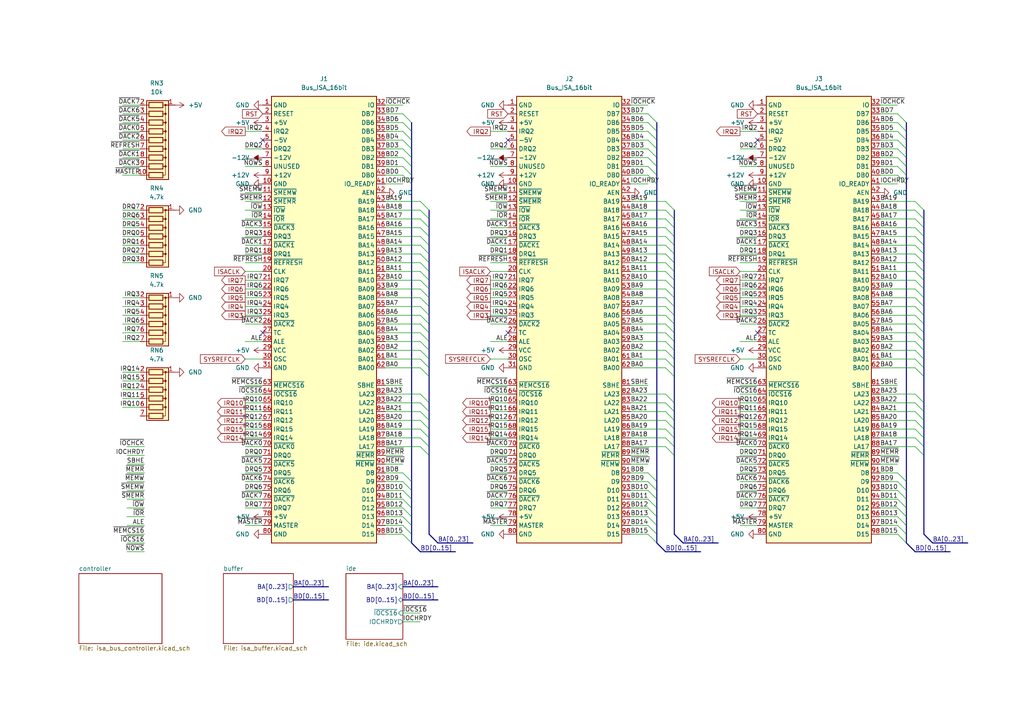
<source format=kicad_sch>
(kicad_sch (version 20231120) (generator "eeschema") (generator_version "8.0")
  (paper "A4")
  (no_connect (at 147.32 40.64))
  (no_connect (at 76.2 40.64))
  (no_connect (at 76.2 96.52))
  (no_connect (at 147.32 96.52))
  (no_connect (at 219.71 96.52))
  (no_connect (at 219.71 40.64))
  (bus_entry (at 265.43 121.92) (size 2.54 2.54))
  (bus_entry (at 121.92 63.5) (size 2.54 2.54))
  (bus_entry (at 260.35 152.4) (size 2.54 2.54))
  (bus_entry (at 265.43 93.98) (size 2.54 2.54))
  (bus_entry (at 116.84 144.78) (size 2.54 2.54))
  (bus_entry (at 187.96 43.18) (size 2.54 2.54))
  (bus_entry (at 260.35 139.7) (size 2.54 2.54))
  (bus_entry (at 265.43 76.2) (size 2.54 2.54))
  (bus_entry (at 121.92 86.36) (size 2.54 2.54))
  (bus_entry (at 116.84 43.18) (size 2.54 2.54))
  (bus_entry (at 260.35 38.1) (size 2.54 2.54))
  (bus_entry (at 265.43 66.04) (size 2.54 2.54))
  (bus_entry (at 187.96 139.7) (size 2.54 2.54))
  (bus_entry (at 187.96 147.32) (size 2.54 2.54))
  (bus_entry (at 187.96 50.8) (size 2.54 2.54))
  (bus_entry (at 193.04 116.84) (size 2.54 2.54))
  (bus_entry (at 116.84 154.94) (size 2.54 2.54))
  (bus_entry (at 193.04 76.2) (size 2.54 2.54))
  (bus_entry (at 187.96 35.56) (size 2.54 2.54))
  (bus_entry (at 187.96 38.1) (size 2.54 2.54))
  (bus_entry (at 187.96 48.26) (size 2.54 2.54))
  (bus_entry (at 187.96 45.72) (size 2.54 2.54))
  (bus_entry (at 121.92 91.44) (size 2.54 2.54))
  (bus_entry (at 193.04 104.14) (size 2.54 2.54))
  (bus_entry (at 193.04 86.36) (size 2.54 2.54))
  (bus_entry (at 121.92 114.3) (size 2.54 2.54))
  (bus_entry (at 193.04 129.54) (size 2.54 2.54))
  (bus_entry (at 260.35 48.26) (size 2.54 2.54))
  (bus_entry (at 116.84 33.02) (size 2.54 2.54))
  (bus_entry (at 265.43 58.42) (size 2.54 2.54))
  (bus_entry (at 260.35 142.24) (size 2.54 2.54))
  (bus_entry (at 265.43 71.12) (size 2.54 2.54))
  (bus_entry (at 265.43 104.14) (size 2.54 2.54))
  (bus_entry (at 260.35 149.86) (size 2.54 2.54))
  (bus_entry (at 265.43 78.74) (size 2.54 2.54))
  (bus_entry (at 187.96 33.02) (size 2.54 2.54))
  (bus_entry (at 193.04 83.82) (size 2.54 2.54))
  (bus_entry (at 187.96 154.94) (size 2.54 2.54))
  (bus_entry (at 116.84 50.8) (size 2.54 2.54))
  (bus_entry (at 121.92 121.92) (size 2.54 2.54))
  (bus_entry (at 121.92 78.74) (size 2.54 2.54))
  (bus_entry (at 116.84 137.16) (size 2.54 2.54))
  (bus_entry (at 193.04 119.38) (size 2.54 2.54))
  (bus_entry (at 116.84 35.56) (size 2.54 2.54))
  (bus_entry (at 265.43 68.58) (size 2.54 2.54))
  (bus_entry (at 265.43 96.52) (size 2.54 2.54))
  (bus_entry (at 260.35 50.8) (size 2.54 2.54))
  (bus_entry (at 193.04 88.9) (size 2.54 2.54))
  (bus_entry (at 116.84 142.24) (size 2.54 2.54))
  (bus_entry (at 260.35 137.16) (size 2.54 2.54))
  (bus_entry (at 121.92 96.52) (size 2.54 2.54))
  (bus_entry (at 260.35 144.78) (size 2.54 2.54))
  (bus_entry (at 121.92 71.12) (size 2.54 2.54))
  (bus_entry (at 187.96 149.86) (size 2.54 2.54))
  (bus_entry (at 121.92 66.04) (size 2.54 2.54))
  (bus_entry (at 193.04 106.68) (size 2.54 2.54))
  (bus_entry (at 265.43 86.36) (size 2.54 2.54))
  (bus_entry (at 260.35 147.32) (size 2.54 2.54))
  (bus_entry (at 193.04 60.96) (size 2.54 2.54))
  (bus_entry (at 265.43 73.66) (size 2.54 2.54))
  (bus_entry (at 265.43 88.9) (size 2.54 2.54))
  (bus_entry (at 116.84 40.64) (size 2.54 2.54))
  (bus_entry (at 265.43 116.84) (size 2.54 2.54))
  (bus_entry (at 265.43 124.46) (size 2.54 2.54))
  (bus_entry (at 193.04 73.66) (size 2.54 2.54))
  (bus_entry (at 193.04 63.5) (size 2.54 2.54))
  (bus_entry (at 121.92 124.46) (size 2.54 2.54))
  (bus_entry (at 121.92 127) (size 2.54 2.54))
  (bus_entry (at 265.43 99.06) (size 2.54 2.54))
  (bus_entry (at 121.92 68.58) (size 2.54 2.54))
  (bus_entry (at 193.04 91.44) (size 2.54 2.54))
  (bus_entry (at 265.43 60.96) (size 2.54 2.54))
  (bus_entry (at 265.43 91.44) (size 2.54 2.54))
  (bus_entry (at 193.04 124.46) (size 2.54 2.54))
  (bus_entry (at 116.84 152.4) (size 2.54 2.54))
  (bus_entry (at 260.35 33.02) (size 2.54 2.54))
  (bus_entry (at 193.04 114.3) (size 2.54 2.54))
  (bus_entry (at 193.04 127) (size 2.54 2.54))
  (bus_entry (at 193.04 81.28) (size 2.54 2.54))
  (bus_entry (at 265.43 63.5) (size 2.54 2.54))
  (bus_entry (at 265.43 119.38) (size 2.54 2.54))
  (bus_entry (at 121.92 116.84) (size 2.54 2.54))
  (bus_entry (at 187.96 142.24) (size 2.54 2.54))
  (bus_entry (at 121.92 81.28) (size 2.54 2.54))
  (bus_entry (at 265.43 83.82) (size 2.54 2.54))
  (bus_entry (at 121.92 76.2) (size 2.54 2.54))
  (bus_entry (at 187.96 40.64) (size 2.54 2.54))
  (bus_entry (at 260.35 43.18) (size 2.54 2.54))
  (bus_entry (at 121.92 58.42) (size 2.54 2.54))
  (bus_entry (at 121.92 99.06) (size 2.54 2.54))
  (bus_entry (at 265.43 129.54) (size 2.54 2.54))
  (bus_entry (at 116.84 149.86) (size 2.54 2.54))
  (bus_entry (at 121.92 88.9) (size 2.54 2.54))
  (bus_entry (at 265.43 114.3) (size 2.54 2.54))
  (bus_entry (at 193.04 93.98) (size 2.54 2.54))
  (bus_entry (at 116.84 139.7) (size 2.54 2.54))
  (bus_entry (at 187.96 137.16) (size 2.54 2.54))
  (bus_entry (at 121.92 129.54) (size 2.54 2.54))
  (bus_entry (at 121.92 83.82) (size 2.54 2.54))
  (bus_entry (at 260.35 35.56) (size 2.54 2.54))
  (bus_entry (at 265.43 81.28) (size 2.54 2.54))
  (bus_entry (at 193.04 66.04) (size 2.54 2.54))
  (bus_entry (at 193.04 96.52) (size 2.54 2.54))
  (bus_entry (at 260.35 154.94) (size 2.54 2.54))
  (bus_entry (at 116.84 147.32) (size 2.54 2.54))
  (bus_entry (at 193.04 71.12) (size 2.54 2.54))
  (bus_entry (at 193.04 121.92) (size 2.54 2.54))
  (bus_entry (at 265.43 127) (size 2.54 2.54))
  (bus_entry (at 116.84 38.1) (size 2.54 2.54))
  (bus_entry (at 193.04 99.06) (size 2.54 2.54))
  (bus_entry (at 260.35 45.72) (size 2.54 2.54))
  (bus_entry (at 193.04 68.58) (size 2.54 2.54))
  (bus_entry (at 265.43 106.68) (size 2.54 2.54))
  (bus_entry (at 121.92 93.98) (size 2.54 2.54))
  (bus_entry (at 121.92 119.38) (size 2.54 2.54))
  (bus_entry (at 121.92 73.66) (size 2.54 2.54))
  (bus_entry (at 187.96 152.4) (size 2.54 2.54))
  (bus_entry (at 121.92 106.68) (size 2.54 2.54))
  (bus_entry (at 121.92 104.14) (size 2.54 2.54))
  (bus_entry (at 260.35 40.64) (size 2.54 2.54))
  (bus_entry (at 265.43 101.6) (size 2.54 2.54))
  (bus_entry (at 187.96 144.78) (size 2.54 2.54))
  (bus_entry (at 116.84 45.72) (size 2.54 2.54))
  (bus_entry (at 121.92 60.96) (size 2.54 2.54))
  (bus_entry (at 121.92 101.6) (size 2.54 2.54))
  (bus_entry (at 116.84 48.26) (size 2.54 2.54))
  (bus_entry (at 193.04 101.6) (size 2.54 2.54))
  (bus_entry (at 193.04 78.74) (size 2.54 2.54))
  (bus_entry (at 193.04 58.42) (size 2.54 2.54))
  (wire (pts (xy 260.35 45.72) (xy 255.27 45.72)))
  (wire (pts (xy 187.96 35.56) (xy 182.88 35.56)))
  (bus (pts (xy 262.89 152.4) (xy 262.89 154.94)))
  (bus (pts (xy 267.97 66.04) (xy 267.97 68.58)))
  (wire (pts (xy 71.12 38.1) (xy 76.2 38.1)))
  (wire (pts (xy 121.92 104.14) (xy 111.76 104.14)))
  (bus (pts (xy 119.38 48.26) (xy 119.38 50.8)))
  (wire (pts (xy 71.12 137.16) (xy 76.2 137.16)))
  (bus (pts (xy 85.09 170.18) (xy 95.25 170.18)))
  (wire (pts (xy 121.92 129.54) (xy 111.76 129.54)))
  (wire (pts (xy 35.56 99.06) (xy 40.64 99.06)))
  (wire (pts (xy 193.04 63.5) (xy 182.88 63.5)))
  (wire (pts (xy 121.92 180.34) (xy 116.84 180.34)))
  (bus (pts (xy 124.46 127) (xy 124.46 129.54)))
  (wire (pts (xy 71.12 43.18) (xy 76.2 43.18)))
  (bus (pts (xy 262.89 43.18) (xy 262.89 45.72)))
  (wire (pts (xy 142.24 134.62) (xy 147.32 134.62)))
  (wire (pts (xy 265.43 86.36) (xy 255.27 86.36)))
  (wire (pts (xy 116.84 40.64) (xy 111.76 40.64)))
  (wire (pts (xy 121.92 71.12) (xy 111.76 71.12)))
  (wire (pts (xy 214.63 60.96) (xy 219.71 60.96)))
  (wire (pts (xy 116.84 149.86) (xy 111.76 149.86)))
  (wire (pts (xy 71.12 48.26) (xy 76.2 48.26)))
  (wire (pts (xy 35.56 63.5) (xy 40.64 63.5)))
  (wire (pts (xy 121.92 93.98) (xy 111.76 93.98)))
  (bus (pts (xy 124.46 101.6) (xy 124.46 104.14)))
  (wire (pts (xy 142.24 144.78) (xy 147.32 144.78)))
  (bus (pts (xy 267.97 76.2) (xy 267.97 78.74)))
  (wire (pts (xy 121.92 68.58) (xy 111.76 68.58)))
  (wire (pts (xy 214.63 88.9) (xy 219.71 88.9)))
  (wire (pts (xy 193.04 81.28) (xy 182.88 81.28)))
  (bus (pts (xy 119.38 38.1) (xy 119.38 40.64)))
  (bus (pts (xy 195.58 101.6) (xy 195.58 104.14)))
  (bus (pts (xy 190.5 35.56) (xy 190.5 38.1)))
  (bus (pts (xy 267.97 154.94) (xy 270.51 157.48)))
  (wire (pts (xy 260.35 137.16) (xy 255.27 137.16)))
  (wire (pts (xy 214.63 147.32) (xy 219.71 147.32)))
  (bus (pts (xy 195.58 127) (xy 195.58 129.54)))
  (wire (pts (xy 36.83 157.48) (xy 41.91 157.48)))
  (wire (pts (xy 121.92 73.66) (xy 111.76 73.66)))
  (wire (pts (xy 142.24 104.14) (xy 147.32 104.14)))
  (wire (pts (xy 71.12 71.12) (xy 76.2 71.12)))
  (wire (pts (xy 121.92 83.82) (xy 111.76 83.82)))
  (wire (pts (xy 265.43 93.98) (xy 255.27 93.98)))
  (wire (pts (xy 35.56 38.1) (xy 40.64 38.1)))
  (wire (pts (xy 142.24 127) (xy 147.32 127)))
  (wire (pts (xy 260.35 50.8) (xy 255.27 50.8)))
  (wire (pts (xy 193.04 127) (xy 182.88 127)))
  (wire (pts (xy 142.24 139.7) (xy 147.32 139.7)))
  (wire (pts (xy 187.96 38.1) (xy 182.88 38.1)))
  (wire (pts (xy 214.63 144.78) (xy 219.71 144.78)))
  (bus (pts (xy 124.46 129.54) (xy 124.46 132.08)))
  (wire (pts (xy 193.04 86.36) (xy 182.88 86.36)))
  (bus (pts (xy 124.46 124.46) (xy 124.46 127)))
  (wire (pts (xy 71.12 58.42) (xy 76.2 58.42)))
  (wire (pts (xy 187.96 50.8) (xy 182.88 50.8)))
  (wire (pts (xy 35.56 68.58) (xy 40.64 68.58)))
  (bus (pts (xy 119.38 53.34) (xy 119.38 139.7)))
  (wire (pts (xy 116.84 35.56) (xy 111.76 35.56)))
  (wire (pts (xy 35.56 118.11) (xy 40.64 118.11)))
  (bus (pts (xy 195.58 124.46) (xy 195.58 127)))
  (wire (pts (xy 142.24 66.04) (xy 147.32 66.04)))
  (wire (pts (xy 214.63 127) (xy 219.71 127)))
  (wire (pts (xy 142.24 48.26) (xy 147.32 48.26)))
  (wire (pts (xy 214.63 124.46) (xy 219.71 124.46)))
  (wire (pts (xy 142.24 43.18) (xy 147.32 43.18)))
  (bus (pts (xy 124.46 116.84) (xy 124.46 119.38)))
  (wire (pts (xy 193.04 96.52) (xy 182.88 96.52)))
  (bus (pts (xy 190.5 147.32) (xy 190.5 149.86)))
  (wire (pts (xy 214.63 68.58) (xy 219.71 68.58)))
  (wire (pts (xy 36.83 137.16) (xy 41.91 137.16)))
  (bus (pts (xy 124.46 132.08) (xy 124.46 154.94)))
  (wire (pts (xy 116.84 134.62) (xy 111.76 134.62)))
  (wire (pts (xy 214.63 114.3) (xy 219.71 114.3)))
  (wire (pts (xy 71.12 134.62) (xy 76.2 134.62)))
  (wire (pts (xy 260.35 147.32) (xy 255.27 147.32)))
  (bus (pts (xy 190.5 45.72) (xy 190.5 48.26)))
  (wire (pts (xy 260.35 152.4) (xy 255.27 152.4)))
  (wire (pts (xy 71.12 88.9) (xy 76.2 88.9)))
  (wire (pts (xy 71.12 119.38) (xy 76.2 119.38)))
  (wire (pts (xy 214.63 152.4) (xy 219.71 152.4)))
  (wire (pts (xy 116.84 33.02) (xy 111.76 33.02)))
  (bus (pts (xy 195.58 91.44) (xy 195.58 93.98)))
  (wire (pts (xy 35.56 48.26) (xy 40.64 48.26)))
  (wire (pts (xy 116.84 139.7) (xy 111.76 139.7)))
  (wire (pts (xy 260.35 149.86) (xy 255.27 149.86)))
  (wire (pts (xy 142.24 73.66) (xy 147.32 73.66)))
  (wire (pts (xy 71.12 104.14) (xy 76.2 104.14)))
  (bus (pts (xy 190.5 43.18) (xy 190.5 45.72)))
  (bus (pts (xy 119.38 152.4) (xy 119.38 154.94)))
  (wire (pts (xy 35.56 33.02) (xy 40.64 33.02)))
  (bus (pts (xy 267.97 83.82) (xy 267.97 86.36)))
  (bus (pts (xy 119.38 154.94) (xy 119.38 157.48)))
  (bus (pts (xy 116.84 173.99) (xy 127 173.99)))
  (bus (pts (xy 267.97 106.68) (xy 267.97 109.22)))
  (wire (pts (xy 121.92 124.46) (xy 111.76 124.46)))
  (wire (pts (xy 35.56 30.48) (xy 40.64 30.48)))
  (bus (pts (xy 119.38 157.48) (xy 121.92 160.02)))
  (wire (pts (xy 214.63 121.92) (xy 219.71 121.92)))
  (bus (pts (xy 267.97 127) (xy 267.97 129.54)))
  (wire (pts (xy 116.84 50.8) (xy 111.76 50.8)))
  (wire (pts (xy 71.12 78.74) (xy 76.2 78.74)))
  (wire (pts (xy 265.43 66.04) (xy 255.27 66.04)))
  (wire (pts (xy 71.12 116.84) (xy 76.2 116.84)))
  (wire (pts (xy 121.92 88.9) (xy 111.76 88.9)))
  (bus (pts (xy 124.46 99.06) (xy 124.46 101.6)))
  (bus (pts (xy 119.38 45.72) (xy 119.38 48.26)))
  (bus (pts (xy 195.58 96.52) (xy 195.58 99.06)))
  (wire (pts (xy 121.92 96.52) (xy 111.76 96.52)))
  (bus (pts (xy 124.46 86.36) (xy 124.46 88.9)))
  (wire (pts (xy 142.24 71.12) (xy 147.32 71.12)))
  (wire (pts (xy 265.43 73.66) (xy 255.27 73.66)))
  (wire (pts (xy 35.56 50.8) (xy 40.64 50.8)))
  (wire (pts (xy 214.63 48.26) (xy 219.71 48.26)))
  (wire (pts (xy 265.43 68.58) (xy 255.27 68.58)))
  (wire (pts (xy 260.35 43.18) (xy 255.27 43.18)))
  (wire (pts (xy 36.83 149.86) (xy 41.91 149.86)))
  (wire (pts (xy 116.84 30.48) (xy 111.76 30.48)))
  (wire (pts (xy 121.92 76.2) (xy 111.76 76.2)))
  (wire (pts (xy 142.24 83.82) (xy 147.32 83.82)))
  (bus (pts (xy 195.58 66.04) (xy 195.58 68.58)))
  (wire (pts (xy 116.84 142.24) (xy 111.76 142.24)))
  (wire (pts (xy 193.04 66.04) (xy 182.88 66.04)))
  (bus (pts (xy 190.5 139.7) (xy 190.5 142.24)))
  (wire (pts (xy 35.56 73.66) (xy 40.64 73.66)))
  (wire (pts (xy 121.92 60.96) (xy 111.76 60.96)))
  (bus (pts (xy 124.46 154.94) (xy 127 157.48)))
  (wire (pts (xy 260.35 111.76) (xy 255.27 111.76)))
  (bus (pts (xy 262.89 142.24) (xy 262.89 144.78)))
  (wire (pts (xy 71.12 66.04) (xy 76.2 66.04)))
  (wire (pts (xy 71.12 68.58) (xy 76.2 68.58)))
  (wire (pts (xy 193.04 116.84) (xy 182.88 116.84)))
  (wire (pts (xy 71.12 147.32) (xy 76.2 147.32)))
  (wire (pts (xy 71.12 93.98) (xy 76.2 93.98)))
  (wire (pts (xy 121.92 86.36) (xy 111.76 86.36)))
  (bus (pts (xy 267.97 63.5) (xy 267.97 66.04)))
  (wire (pts (xy 260.35 38.1) (xy 255.27 38.1)))
  (wire (pts (xy 260.35 40.64) (xy 255.27 40.64)))
  (wire (pts (xy 187.96 144.78) (xy 182.88 144.78)))
  (bus (pts (xy 262.89 147.32) (xy 262.89 149.86)))
  (wire (pts (xy 71.12 142.24) (xy 76.2 142.24)))
  (bus (pts (xy 195.58 68.58) (xy 195.58 71.12)))
  (wire (pts (xy 142.24 86.36) (xy 147.32 86.36)))
  (wire (pts (xy 71.12 76.2) (xy 76.2 76.2)))
  (bus (pts (xy 124.46 83.82) (xy 124.46 86.36)))
  (wire (pts (xy 121.92 78.74) (xy 111.76 78.74)))
  (bus (pts (xy 195.58 63.5) (xy 195.58 66.04)))
  (wire (pts (xy 142.24 58.42) (xy 147.32 58.42)))
  (wire (pts (xy 142.24 88.9) (xy 147.32 88.9)))
  (bus (pts (xy 124.46 109.22) (xy 124.46 116.84)))
  (wire (pts (xy 35.56 45.72) (xy 40.64 45.72)))
  (wire (pts (xy 36.83 152.4) (xy 41.91 152.4)))
  (bus (pts (xy 195.58 104.14) (xy 195.58 106.68)))
  (wire (pts (xy 214.63 73.66) (xy 219.71 73.66)))
  (bus (pts (xy 124.46 63.5) (xy 124.46 66.04)))
  (wire (pts (xy 116.84 43.18) (xy 111.76 43.18)))
  (bus (pts (xy 267.97 96.52) (xy 267.97 99.06)))
  (wire (pts (xy 265.43 78.74) (xy 255.27 78.74)))
  (bus (pts (xy 124.46 104.14) (xy 124.46 106.68)))
  (wire (pts (xy 260.35 144.78) (xy 255.27 144.78)))
  (bus (pts (xy 262.89 139.7) (xy 262.89 142.24)))
  (wire (pts (xy 142.24 119.38) (xy 147.32 119.38)))
  (bus (pts (xy 190.5 48.26) (xy 190.5 50.8)))
  (bus (pts (xy 267.97 109.22) (xy 267.97 116.84)))
  (bus (pts (xy 267.97 60.96) (xy 267.97 63.5)))
  (wire (pts (xy 265.43 88.9) (xy 255.27 88.9)))
  (wire (pts (xy 260.35 132.08) (xy 255.27 132.08)))
  (wire (pts (xy 265.43 91.44) (xy 255.27 91.44)))
  (bus (pts (xy 124.46 66.04) (xy 124.46 68.58)))
  (wire (pts (xy 142.24 68.58) (xy 147.32 68.58)))
  (wire (pts (xy 260.35 53.34) (xy 255.27 53.34)))
  (bus (pts (xy 124.46 60.96) (xy 124.46 63.5)))
  (wire (pts (xy 71.12 124.46) (xy 76.2 124.46)))
  (wire (pts (xy 121.92 99.06) (xy 111.76 99.06)))
  (bus (pts (xy 262.89 45.72) (xy 262.89 48.26)))
  (bus (pts (xy 267.97 124.46) (xy 267.97 127)))
  (wire (pts (xy 260.35 35.56) (xy 255.27 35.56)))
  (bus (pts (xy 195.58 93.98) (xy 195.58 96.52)))
  (wire (pts (xy 214.63 111.76) (xy 219.71 111.76)))
  (wire (pts (xy 187.96 40.64) (xy 182.88 40.64)))
  (wire (pts (xy 214.63 81.28) (xy 219.71 81.28)))
  (bus (pts (xy 190.5 40.64) (xy 190.5 43.18)))
  (bus (pts (xy 195.58 121.92) (xy 195.58 124.46)))
  (wire (pts (xy 116.84 48.26) (xy 111.76 48.26)))
  (wire (pts (xy 71.12 91.44) (xy 76.2 91.44)))
  (bus (pts (xy 190.5 157.48) (xy 193.04 160.02)))
  (wire (pts (xy 142.24 111.76) (xy 147.32 111.76)))
  (bus (pts (xy 127 157.48) (xy 137.16 157.48)))
  (wire (pts (xy 214.63 142.24) (xy 219.71 142.24)))
  (wire (pts (xy 35.56 76.2) (xy 40.64 76.2)))
  (wire (pts (xy 193.04 121.92) (xy 182.88 121.92)))
  (bus (pts (xy 195.58 106.68) (xy 195.58 109.22)))
  (bus (pts (xy 124.46 93.98) (xy 124.46 96.52)))
  (wire (pts (xy 71.12 114.3) (xy 76.2 114.3)))
  (wire (pts (xy 36.83 147.32) (xy 41.91 147.32)))
  (wire (pts (xy 214.63 132.08) (xy 219.71 132.08)))
  (bus (pts (xy 119.38 142.24) (xy 119.38 144.78)))
  (wire (pts (xy 142.24 114.3) (xy 147.32 114.3)))
  (wire (pts (xy 71.12 73.66) (xy 76.2 73.66)))
  (wire (pts (xy 265.43 83.82) (xy 255.27 83.82)))
  (wire (pts (xy 265.43 129.54) (xy 255.27 129.54)))
  (wire (pts (xy 193.04 129.54) (xy 182.88 129.54)))
  (wire (pts (xy 214.63 91.44) (xy 219.71 91.44)))
  (wire (pts (xy 265.43 58.42) (xy 255.27 58.42)))
  (bus (pts (xy 267.97 88.9) (xy 267.97 91.44)))
  (wire (pts (xy 214.63 55.88) (xy 219.71 55.88)))
  (bus (pts (xy 195.58 99.06) (xy 195.58 101.6)))
  (wire (pts (xy 35.56 113.03) (xy 40.64 113.03)))
  (wire (pts (xy 193.04 106.68) (xy 182.88 106.68)))
  (wire (pts (xy 121.92 121.92) (xy 111.76 121.92)))
  (bus (pts (xy 124.46 76.2) (xy 124.46 78.74)))
  (bus (pts (xy 267.97 91.44) (xy 267.97 93.98)))
  (bus (pts (xy 119.38 147.32) (xy 119.38 149.86)))
  (wire (pts (xy 71.12 83.82) (xy 76.2 83.82)))
  (wire (pts (xy 265.43 96.52) (xy 255.27 96.52)))
  (wire (pts (xy 214.63 78.74) (xy 219.71 78.74)))
  (wire (pts (xy 260.35 139.7) (xy 255.27 139.7)))
  (bus (pts (xy 119.38 50.8) (xy 119.38 53.34)))
  (wire (pts (xy 187.96 154.94) (xy 182.88 154.94)))
  (wire (pts (xy 142.24 93.98) (xy 147.32 93.98)))
  (wire (pts (xy 71.12 86.36) (xy 76.2 86.36)))
  (bus (pts (xy 190.5 53.34) (xy 190.5 139.7)))
  (wire (pts (xy 214.63 38.1) (xy 219.71 38.1)))
  (wire (pts (xy 193.04 101.6) (xy 182.88 101.6)))
  (wire (pts (xy 142.24 60.96) (xy 147.32 60.96)))
  (bus (pts (xy 195.58 81.28) (xy 195.58 83.82)))
  (wire (pts (xy 187.96 139.7) (xy 182.88 139.7)))
  (bus (pts (xy 262.89 53.34) (xy 262.89 139.7)))
  (wire (pts (xy 260.35 154.94) (xy 255.27 154.94)))
  (bus (pts (xy 262.89 38.1) (xy 262.89 40.64)))
  (wire (pts (xy 193.04 104.14) (xy 182.88 104.14)))
  (wire (pts (xy 116.84 53.34) (xy 111.76 53.34)))
  (wire (pts (xy 193.04 73.66) (xy 182.88 73.66)))
  (bus (pts (xy 119.38 43.18) (xy 119.38 45.72)))
  (wire (pts (xy 214.63 139.7) (xy 219.71 139.7)))
  (wire (pts (xy 142.24 121.92) (xy 147.32 121.92)))
  (bus (pts (xy 262.89 154.94) (xy 262.89 157.48)))
  (wire (pts (xy 260.35 142.24) (xy 255.27 142.24)))
  (wire (pts (xy 193.04 68.58) (xy 182.88 68.58)))
  (bus (pts (xy 267.97 73.66) (xy 267.97 76.2)))
  (bus (pts (xy 190.5 149.86) (xy 190.5 152.4)))
  (wire (pts (xy 214.63 129.54) (xy 219.71 129.54)))
  (bus (pts (xy 119.38 144.78) (xy 119.38 147.32)))
  (wire (pts (xy 35.56 91.44) (xy 40.64 91.44)))
  (wire (pts (xy 142.24 124.46) (xy 147.32 124.46)))
  (bus (pts (xy 190.5 50.8) (xy 190.5 53.34)))
  (bus (pts (xy 119.38 40.64) (xy 119.38 43.18)))
  (bus (pts (xy 195.58 73.66) (xy 195.58 76.2)))
  (wire (pts (xy 142.24 76.2) (xy 147.32 76.2)))
  (wire (pts (xy 265.43 63.5) (xy 255.27 63.5)))
  (wire (pts (xy 71.12 144.78) (xy 76.2 144.78)))
  (wire (pts (xy 193.04 58.42) (xy 182.88 58.42)))
  (wire (pts (xy 265.43 114.3) (xy 255.27 114.3)))
  (wire (pts (xy 265.43 124.46) (xy 255.27 124.46)))
  (wire (pts (xy 35.56 115.57) (xy 40.64 115.57)))
  (wire (pts (xy 71.12 60.96) (xy 76.2 60.96)))
  (wire (pts (xy 260.35 48.26) (xy 255.27 48.26)))
  (bus (pts (xy 262.89 48.26) (xy 262.89 50.8)))
  (wire (pts (xy 187.96 149.86) (xy 182.88 149.86)))
  (bus (pts (xy 195.58 132.08) (xy 195.58 154.94)))
  (wire (pts (xy 193.04 119.38) (xy 182.88 119.38)))
  (wire (pts (xy 35.56 35.56) (xy 40.64 35.56)))
  (wire (pts (xy 121.92 127) (xy 111.76 127)))
  (wire (pts (xy 260.35 30.48) (xy 255.27 30.48)))
  (wire (pts (xy 187.96 53.34) (xy 182.88 53.34)))
  (wire (pts (xy 214.63 58.42) (xy 219.71 58.42)))
  (bus (pts (xy 195.58 76.2) (xy 195.58 78.74)))
  (wire (pts (xy 142.24 55.88) (xy 147.32 55.88)))
  (wire (pts (xy 142.24 78.74) (xy 147.32 78.74)))
  (bus (pts (xy 267.97 116.84) (xy 267.97 119.38)))
  (wire (pts (xy 35.56 93.98) (xy 40.64 93.98)))
  (wire (pts (xy 71.12 111.76) (xy 76.2 111.76)))
  (bus (pts (xy 262.89 50.8) (xy 262.89 53.34)))
  (wire (pts (xy 260.35 134.62) (xy 255.27 134.62)))
  (wire (pts (xy 35.56 86.36) (xy 40.64 86.36)))
  (wire (pts (xy 121.92 58.42) (xy 111.76 58.42)))
  (wire (pts (xy 116.84 144.78) (xy 111.76 144.78)))
  (wire (pts (xy 116.84 147.32) (xy 111.76 147.32)))
  (wire (pts (xy 71.12 129.54) (xy 76.2 129.54)))
  (bus (pts (xy 195.58 60.96) (xy 195.58 63.5)))
  (wire (pts (xy 193.04 76.2) (xy 182.88 76.2)))
  (wire (pts (xy 265.43 127) (xy 255.27 127)))
  (wire (pts (xy 142.24 99.06) (xy 147.32 99.06)))
  (bus (pts (xy 119.38 139.7) (xy 119.38 142.24)))
  (bus (pts (xy 195.58 119.38) (xy 195.58 121.92)))
  (wire (pts (xy 265.43 106.68) (xy 255.27 106.68)))
  (wire (pts (xy 35.56 66.04) (xy 40.64 66.04)))
  (wire (pts (xy 116.84 152.4) (xy 111.76 152.4)))
  (wire (pts (xy 35.56 71.12) (xy 40.64 71.12)))
  (bus (pts (xy 124.46 73.66) (xy 124.46 76.2)))
  (bus (pts (xy 267.97 121.92) (xy 267.97 124.46)))
  (bus (pts (xy 267.97 119.38) (xy 267.97 121.92)))
  (wire (pts (xy 121.92 119.38) (xy 111.76 119.38)))
  (bus (pts (xy 124.46 119.38) (xy 124.46 121.92)))
  (wire (pts (xy 260.35 33.02) (xy 255.27 33.02)))
  (wire (pts (xy 121.92 63.5) (xy 111.76 63.5)))
  (bus (pts (xy 124.46 81.28) (xy 124.46 83.82)))
  (wire (pts (xy 36.83 129.54) (xy 41.91 129.54)))
  (bus (pts (xy 190.5 142.24) (xy 190.5 144.78)))
  (bus (pts (xy 267.97 99.06) (xy 267.97 101.6)))
  (bus (pts (xy 267.97 93.98) (xy 267.97 96.52)))
  (bus (pts (xy 124.46 106.68) (xy 124.46 109.22)))
  (wire (pts (xy 214.63 71.12) (xy 219.71 71.12)))
  (wire (pts (xy 121.92 116.84) (xy 111.76 116.84)))
  (wire (pts (xy 35.56 40.64) (xy 40.64 40.64)))
  (wire (pts (xy 35.56 107.95) (xy 40.64 107.95)))
  (bus (pts (xy 190.5 38.1) (xy 190.5 40.64)))
  (wire (pts (xy 214.63 93.98) (xy 219.71 93.98)))
  (wire (pts (xy 142.24 116.84) (xy 147.32 116.84)))
  (wire (pts (xy 71.12 127) (xy 76.2 127)))
  (bus (pts (xy 262.89 144.78) (xy 262.89 147.32)))
  (wire (pts (xy 35.56 60.96) (xy 40.64 60.96)))
  (wire (pts (xy 187.96 45.72) (xy 182.88 45.72)))
  (wire (pts (xy 214.63 86.36) (xy 219.71 86.36)))
  (wire (pts (xy 187.96 43.18) (xy 182.88 43.18)))
  (wire (pts (xy 121.92 91.44) (xy 111.76 91.44)))
  (wire (pts (xy 214.63 63.5) (xy 219.71 63.5)))
  (bus (pts (xy 267.97 101.6) (xy 267.97 104.14)))
  (bus (pts (xy 262.89 40.64) (xy 262.89 43.18)))
  (wire (pts (xy 121.92 114.3) (xy 111.76 114.3)))
  (bus (pts (xy 195.58 86.36) (xy 195.58 88.9)))
  (wire (pts (xy 187.96 137.16) (xy 182.88 137.16)))
  (bus (pts (xy 124.46 91.44) (xy 124.46 93.98)))
  (wire (pts (xy 187.96 48.26) (xy 182.88 48.26)))
  (wire (pts (xy 142.24 132.08) (xy 147.32 132.08)))
  (bus (pts (xy 262.89 35.56) (xy 262.89 38.1)))
  (wire (pts (xy 116.84 45.72) (xy 111.76 45.72)))
  (wire (pts (xy 116.84 154.94) (xy 111.76 154.94)))
  (wire (pts (xy 214.63 119.38) (xy 219.71 119.38)))
  (wire (pts (xy 36.83 144.78) (xy 41.91 144.78)))
  (wire (pts (xy 187.96 142.24) (xy 182.88 142.24)))
  (wire (pts (xy 193.04 114.3) (xy 182.88 114.3)))
  (wire (pts (xy 214.63 83.82) (xy 219.71 83.82)))
  (wire (pts (xy 193.04 78.74) (xy 182.88 78.74)))
  (wire (pts (xy 193.04 88.9) (xy 182.88 88.9)))
  (bus (pts (xy 262.89 149.86) (xy 262.89 152.4)))
  (bus (pts (xy 195.58 109.22) (xy 195.58 116.84)))
  (wire (pts (xy 36.83 142.24) (xy 41.91 142.24)))
  (wire (pts (xy 193.04 124.46) (xy 182.88 124.46)))
  (wire (pts (xy 71.12 139.7) (xy 76.2 139.7)))
  (wire (pts (xy 142.24 63.5) (xy 147.32 63.5)))
  (wire (pts (xy 193.04 91.44) (xy 182.88 91.44)))
  (wire (pts (xy 193.04 83.82) (xy 182.88 83.82)))
  (bus (pts (xy 190.5 154.94) (xy 190.5 157.48)))
  (wire (pts (xy 116.84 132.08) (xy 111.76 132.08)))
  (bus (pts (xy 85.09 173.99) (xy 95.25 173.99)))
  (bus (pts (xy 267.97 104.14) (xy 267.97 106.68)))
  (bus (pts (xy 195.58 129.54) (xy 195.58 132.08)))
  (bus (pts (xy 190.5 152.4) (xy 190.5 154.94)))
  (bus (pts (xy 193.04 160.02) (xy 203.2 160.02)))
  (wire (pts (xy 116.84 38.1) (xy 111.76 38.1)))
  (wire (pts (xy 36.83 139.7) (xy 41.91 139.7)))
  (wire (pts (xy 35.56 43.18) (xy 40.64 43.18)))
  (wire (pts (xy 214.63 76.2) (xy 219.71 76.2)))
  (wire (pts (xy 71.12 55.88) (xy 76.2 55.88)))
  (wire (pts (xy 36.83 160.02) (xy 41.91 160.02)))
  (wire (pts (xy 71.12 81.28) (xy 76.2 81.28)))
  (wire (pts (xy 193.04 99.06) (xy 182.88 99.06)))
  (wire (pts (xy 193.04 71.12) (xy 182.88 71.12)))
  (bus (pts (xy 267.97 71.12) (xy 267.97 73.66)))
  (wire (pts (xy 35.56 88.9) (xy 40.64 88.9)))
  (bus (pts (xy 119.38 149.86) (xy 119.38 152.4)))
  (wire (pts (xy 187.96 152.4) (xy 182.88 152.4)))
  (wire (pts (xy 142.24 142.24) (xy 147.32 142.24)))
  (bus (pts (xy 124.46 121.92) (xy 124.46 124.46)))
  (wire (pts (xy 71.12 152.4) (xy 76.2 152.4)))
  (wire (pts (xy 142.24 38.1) (xy 147.32 38.1)))
  (wire (pts (xy 214.63 134.62) (xy 219.71 134.62)))
  (bus (pts (xy 124.46 88.9) (xy 124.46 91.44)))
  (wire (pts (xy 265.43 99.06) (xy 255.27 99.06)))
  (wire (pts (xy 142.24 81.28) (xy 147.32 81.28)))
  (wire (pts (xy 187.96 132.08) (xy 182.88 132.08)))
  (bus (pts (xy 267.97 78.74) (xy 267.97 81.28)))
  (wire (pts (xy 214.63 99.06) (xy 219.71 99.06)))
  (wire (pts (xy 71.12 99.06) (xy 76.2 99.06)))
  (bus (pts (xy 190.5 144.78) (xy 190.5 147.32)))
  (bus (pts (xy 124.46 71.12) (xy 124.46 73.66)))
  (wire (pts (xy 187.96 134.62) (xy 182.88 134.62)))
  (wire (pts (xy 142.24 152.4) (xy 147.32 152.4)))
  (wire (pts (xy 214.63 137.16) (xy 219.71 137.16)))
  (wire (pts (xy 71.12 132.08) (xy 76.2 132.08)))
  (wire (pts (xy 193.04 93.98) (xy 182.88 93.98)))
  (wire (pts (xy 142.24 137.16) (xy 147.32 137.16)))
  (wire (pts (xy 142.24 91.44) (xy 147.32 91.44)))
  (bus (pts (xy 124.46 78.74) (xy 124.46 81.28)))
  (wire (pts (xy 121.92 66.04) (xy 111.76 66.04)))
  (wire (pts (xy 265.43 104.14) (xy 255.27 104.14)))
  (bus (pts (xy 262.89 157.48) (xy 265.43 160.02)))
  (bus (pts (xy 267.97 86.36) (xy 267.97 88.9)))
  (wire (pts (xy 35.56 96.52) (xy 40.64 96.52)))
  (wire (pts (xy 187.96 111.76) (xy 182.88 111.76)))
  (bus (pts (xy 124.46 68.58) (xy 124.46 71.12)))
  (bus (pts (xy 116.84 170.18) (xy 127 170.18)))
  (bus (pts (xy 267.97 129.54) (xy 267.97 132.08)))
  (bus (pts (xy 195.58 71.12) (xy 195.58 73.66)))
  (wire (pts (xy 193.04 60.96) (xy 182.88 60.96)))
  (wire (pts (xy 36.83 132.08) (xy 41.91 132.08)))
  (wire (pts (xy 142.24 129.54) (xy 147.32 129.54)))
  (wire (pts (xy 36.83 134.62) (xy 41.91 134.62)))
  (wire (pts (xy 35.56 110.49) (xy 40.64 110.49)))
  (wire (pts (xy 121.92 101.6) (xy 111.76 101.6)))
  (bus (pts (xy 195.58 83.82) (xy 195.58 86.36)))
  (bus (pts (xy 195.58 78.74) (xy 195.58 81.28)))
  (wire (pts (xy 265.43 121.92) (xy 255.27 121.92)))
  (wire (pts (xy 265.43 71.12) (xy 255.27 71.12)))
  (wire (pts (xy 265.43 101.6) (xy 255.27 101.6)))
  (bus (pts (xy 195.58 88.9) (xy 195.58 91.44)))
  (bus (pts (xy 270.51 157.48) (xy 280.67 157.48)))
  (wire (pts (xy 116.84 111.76) (xy 111.76 111.76)))
  (wire (pts (xy 36.83 154.94) (xy 41.91 154.94)))
  (bus (pts (xy 119.38 35.56) (xy 119.38 38.1)))
  (bus (pts (xy 267.97 81.28) (xy 267.97 83.82)))
  (wire (pts (xy 71.12 121.92) (xy 76.2 121.92)))
  (bus (pts (xy 265.43 160.02) (xy 275.59 160.02)))
  (wire (pts (xy 187.96 30.48) (xy 182.88 30.48)))
  (wire (pts (xy 265.43 76.2) (xy 255.27 76.2)))
  (bus (pts (xy 198.12 157.48) (xy 208.28 157.48)))
  (bus (pts (xy 267.97 132.08) (xy 267.97 154.94)))
  (wire (pts (xy 265.43 116.84) (xy 255.27 116.84)))
  (wire (pts (xy 265.43 81.28) (xy 255.27 81.28)))
  (wire (pts (xy 214.63 66.04) (xy 219.71 66.04)))
  (bus (pts (xy 195.58 154.94) (xy 198.12 157.48)))
  (wire (pts (xy 121.92 81.28) (xy 111.76 81.28)))
  (wire (pts (xy 214.63 116.84) (xy 219.71 116.84)))
  (bus (pts (xy 124.46 96.52) (xy 124.46 99.06)))
  (wire (pts (xy 121.92 106.68) (xy 111.76 106.68)))
  (wire (pts (xy 142.24 147.32) (xy 147.32 147.32)))
  (wire (pts (xy 121.92 177.8) (xy 116.84 177.8)))
  (bus (pts (xy 121.92 160.02) (xy 132.08 160.02)))
  (wire (pts (xy 265.43 119.38) (xy 255.27 119.38)))
  (wire (pts (xy 71.12 63.5) (xy 76.2 63.5)))
  (wire (pts (xy 187.96 33.02) (xy 182.88 33.02)))
  (wire (pts (xy 116.84 137.16) (xy 111.76 137.16)))
  (bus (pts (xy 195.58 116.84) (xy 195.58 119.38)))
  (wire (pts (xy 214.63 43.18) (xy 219.71 43.18)))
  (wire (pts (xy 265.43 60.96) (xy 255.27 60.96)))
  (bus (pts (xy 267.97 68.58) (xy 267.97 71.12)))
  (wire (pts (xy 214.63 104.14) (xy 219.71 104.14)))
  (wire (pts (xy 187.96 147.32) (xy 182.88 147.32)))
  (label "BA4" (at 255.27 96.52 0))
  (label "IRQ7" (at 40.64 96.52 180))
  (label "BD3" (at 111.76 43.18 0))
  (label "IOCHRDY" (at 111.76 53.34 0))
  (label "BA10" (at 111.76 81.28 0))
  (label "~{DACK2}" (at 76.2 93.98 180))
  (label "BA20" (at 111.76 121.92 0))
  (label "~{SMEMR}" (at 76.2 58.42 180))
  (label "BA13" (at 111.76 73.66 0))
  (label "~{SMEMW}" (at 219.71 55.88 180))
  (label "~{IOCHCK}" (at 182.88 30.48 0))
  (label "~{MEMCS16}" (at 41.91 154.94 180))
  (label "ALE" (at 41.91 152.4 180))
  (label "~{MEMCS16}" (at 76.2 111.76 180))
  (label "~{MEMR}" (at 111.76 132.08 0))
  (label "~{DACK0}" (at 219.71 129.54 180))
  (label "BA10" (at 255.27 81.28 0))
  (label "IRQ3" (at 147.32 91.44 180))
  (label "BD4" (at 111.76 40.64 0))
  (label "BA18" (at 182.88 60.96 0))
  (label "BD4" (at 182.88 40.64 0))
  (label "~{IOR}" (at 41.91 149.86 180))
  (label "BA8" (at 111.76 86.36 0))
  (label "IRQ10" (at 219.71 116.84 180))
  (label "~{DACK1}" (at 76.2 71.12 180))
  (label "~{DACK6}" (at 219.71 139.7 180))
  (label "~{NOWS}" (at 147.32 48.26 180))
  (label "BA19" (at 111.76 58.42 0))
  (label "BA2" (at 111.76 101.6 0))
  (label "BD7" (at 111.76 33.02 0))
  (label "IRQ4" (at 76.2 88.9 180))
  (label "BA18" (at 111.76 60.96 0))
  (label "BA19" (at 111.76 124.46 0))
  (label "DRQ1" (at 147.32 73.66 180))
  (label "IRQ14" (at 219.71 127 180))
  (label "BD11" (at 255.27 144.78 0))
  (label "BA22" (at 111.76 116.84 0))
  (label "~{IOCS16}" (at 41.91 157.48 180))
  (label "BD[0..15]" (at 121.92 160.02 0))
  (label "BA7" (at 111.76 88.9 0))
  (label "BD1" (at 255.27 48.26 0))
  (label "DRQ7" (at 147.32 147.32 180))
  (label "BD2" (at 111.76 45.72 0))
  (label "IRQ6" (at 76.2 83.82 180))
  (label "BA17" (at 255.27 63.5 0))
  (label "IRQ3" (at 40.64 86.36 180))
  (label "~{REFRESH}" (at 219.71 76.2 180))
  (label "BD6" (at 255.27 35.56 0))
  (label "DRQ6" (at 147.32 142.24 180))
  (label "BD5" (at 111.76 38.1 0))
  (label "IOCHRDY" (at 182.88 53.34 0))
  (label "BD15" (at 111.76 154.94 0))
  (label "DRQ2" (at 219.71 43.18 180))
  (label "BA16" (at 182.88 66.04 0))
  (label "DRQ0" (at 219.71 132.08 180))
  (label "BD15" (at 182.88 154.94 0))
  (label "BA12" (at 182.88 76.2 0))
  (label "IRQ3" (at 219.71 91.44 180))
  (label "~{DACK0}" (at 147.32 129.54 180))
  (label "~{DACK2}" (at 147.32 93.98 180))
  (label "BA8" (at 255.27 86.36 0))
  (label "BD[0..15]" (at 193.04 160.02 0))
  (label "BD11" (at 111.76 144.78 0))
  (label "~{IOR}" (at 219.71 63.5 180))
  (label "DRQ3" (at 40.64 76.2 180))
  (label "~{SMEMR}" (at 41.91 144.78 180))
  (label "IRQ5" (at 219.71 86.36 180))
  (label "BA3" (at 182.88 99.06 0))
  (label "BA7" (at 255.27 88.9 0))
  (label "~{MEMR}" (at 255.27 132.08 0))
  (label "~{IOCS16}" (at 219.71 114.3 180))
  (label "IRQ3" (at 76.2 91.44 180))
  (label "BA0" (at 182.88 106.68 0))
  (label "~{MEMW}" (at 41.91 139.7 180))
  (label "BA12" (at 111.76 76.2 0))
  (label "IRQ12" (at 40.64 113.03 180))
  (label "BD0" (at 255.27 50.8 0))
  (label "BA1" (at 255.27 104.14 0))
  (label "BA14" (at 255.27 71.12 0))
  (label "~{IOW}" (at 76.2 60.96 180))
  (label "~{DACK6}" (at 76.2 139.7 180))
  (label "BA5" (at 111.76 93.98 0))
  (label "BA15" (at 255.27 68.58 0))
  (label "IRQ4" (at 219.71 88.9 180))
  (label "BA0" (at 255.27 106.68 0))
  (label "DRQ7" (at 219.71 147.32 180))
  (label "IRQ14" (at 147.32 127 180))
  (label "DRQ0" (at 40.64 68.58 180))
  (label "IRQ11" (at 40.64 115.57 180))
  (label "BD8" (at 182.88 137.16 0))
  (label "BA15" (at 111.76 68.58 0))
  (label "IRQ6" (at 219.71 83.82 180))
  (label "IRQ10" (at 147.32 116.84 180))
  (label "BA9" (at 182.88 83.82 0))
  (label "~{DACK7}" (at 219.71 144.78 180))
  (label "~{MEMCS16}" (at 219.71 111.76 180))
  (label "IRQ15" (at 147.32 124.46 180))
  (label "IRQ6" (at 147.32 83.82 180))
  (label "~{IOCHCK}" (at 41.91 129.54 180))
  (label "BD12" (at 111.76 147.32 0))
  (label "~{MEMW}" (at 111.76 134.62 0))
  (label "BD8" (at 255.27 137.16 0))
  (label "~{IOW}" (at 147.32 60.96 180))
  (label "BA[0..23]" (at 198.12 157.48 0))
  (label "BD7" (at 255.27 33.02 0))
  (label "BA19" (at 255.27 124.46 0))
  (label "BA19" (at 255.27 58.42 0))
  (label "IRQ2" (at 219.71 38.1 180))
  (label "BA2" (at 182.88 101.6 0))
  (label "BD14" (at 182.88 152.4 0))
  (label "BD14" (at 111.76 152.4 0))
  (label "~{IOCHCK}" (at 111.76 30.48 0))
  (label "BA1" (at 182.88 104.14 0))
  (label "BA3" (at 255.27 99.06 0))
  (label "BA12" (at 255.27 76.2 0))
  (label "~{SMEMR}" (at 219.71 58.42 180))
  (label "~{DACK5}" (at 76.2 134.62 180))
  (label "~{DACK7}" (at 76.2 144.78 180))
  (label "BD9" (at 255.27 139.7 0))
  (label "~{REFRESH}" (at 40.64 43.18 180))
  (label "BA23" (at 255.27 114.3 0))
  (label "BD7" (at 182.88 33.02 0))
  (label "IRQ11" (at 219.71 119.38 180))
  (label "IRQ2" (at 147.32 38.1 180))
  (label "~{SMEMW}" (at 76.2 55.88 180))
  (label "BD3" (at 182.88 43.18 0))
  (label "BA10" (at 182.88 81.28 0))
  (label "IRQ5" (at 40.64 91.44 180))
  (label "BA8" (at 182.88 86.36 0))
  (label "IRQ7" (at 76.2 81.28 180))
  (label "DRQ1" (at 219.71 73.66 180))
  (label "~{NOWS}" (at 219.71 48.26 180))
  (label "DRQ7" (at 76.2 147.32 180))
  (label "~{DACK3}" (at 76.2 66.04 180))
  (label "DRQ3" (at 147.32 68.58 180))
  (label "BA18" (at 182.88 127 0))
  (label "IRQ15" (at 40.64 110.49 180))
  (label "~{MASTER}" (at 40.64 50.8 180))
  (label "BA22" (at 255.27 116.84 0))
  (label "SBHE" (at 111.76 111.76 0))
  (label "IRQ5" (at 76.2 86.36 180))
  (label "IRQ10" (at 40.64 118.11 180))
  (label "DRQ2" (at 76.2 43.18 180))
  (label "~{NOWS}" (at 41.91 160.02 180))
  (label "BA23" (at 111.76 114.3 0))
  (label "BA21" (at 255.27 119.38 0))
  (label "IRQ12" (at 147.32 121.92 180))
  (label "BD13" (at 255.27 149.86 0))
  (label "~{MEMW}" (at 255.27 134.62 0))
  (label "BD6" (at 111.76 35.56 0))
  (label "~{DACK0}" (at 76.2 129.54 180))
  (label "BA9" (at 255.27 83.82 0))
  (label "~{DACK0}" (at 40.64 38.1 180))
  (label "BA9" (at 111.76 83.82 0))
  (label "BA17" (at 182.88 63.5 0))
  (label "BA11" (at 111.76 78.74 0))
  (label "BA19" (at 182.88 124.46 0))
  (label "~{IOCS16}" (at 147.32 114.3 180))
  (label "IRQ14" (at 76.2 127 180))
  (label "BA18" (at 255.27 60.96 0))
  (label "~{IOCS16}" (at 116.84 177.8 0))
  (label "SBHE" (at 41.91 134.62 180))
  (label "BD3" (at 255.27 43.18 0))
  (label "BA16" (at 111.76 66.04 0))
  (label "DRQ5" (at 40.64 66.04 180))
  (label "~{IOR}" (at 147.32 63.5 180))
  (label "BD[0..15]" (at 85.09 173.99 0))
  (label "~{MASTER}" (at 219.71 152.4 180))
  (label "~{DACK5}" (at 147.32 134.62 180))
  (label "ALE" (at 76.2 99.06 180))
  (label "BA6" (at 111.76 91.44 0))
  (label "BA6" (at 255.27 91.44 0))
  (label "IRQ6" (at 40.64 93.98 180))
  (label "BA[0..23]" (at 270.51 157.48 0))
  (label "DRQ6" (at 76.2 142.24 180))
  (label "~{DACK1}" (at 219.71 71.12 180))
  (label "DRQ0" (at 76.2 132.08 180))
  (label "BA20" (at 255.27 121.92 0))
  (label "BA6" (at 182.88 91.44 0))
  (label "BA18" (at 255.27 127 0))
  (label "BD15" (at 255.27 154.94 0))
  (label "~{DACK6}" (at 40.64 33.02 180))
  (label "BA5" (at 182.88 93.98 0))
  (label "~{IOCS16}" (at 76.2 114.3 180))
  (label "BD9" (at 182.88 139.7 0))
  (label "BA11" (at 255.27 78.74 0))
  (label "DRQ0" (at 147.32 132.08 180))
  (label "DRQ3" (at 219.71 68.58 180))
  (label "~{DACK2}" (at 40.64 40.64 180))
  (label "BD1" (at 182.88 48.26 0))
  (label "~{DACK2}" (at 219.71 93.98 180))
  (label "~{SMEMW}" (at 41.91 142.24 180))
  (label "~{DACK3}" (at 219.71 66.04 180))
  (label "~{DACK7}" (at 40.64 30.48 180))
  (label "IRQ5" (at 147.32 86.36 180))
  (label "BD[0..15]" (at 265.43 160.02 0))
  (label "BA[0..23]" (at 127 157.48 0))
  (label "IOCHRDY" (at 41.91 132.08 180))
  (label "DRQ2" (at 147.32 43.18 180))
  (label "DRQ5" (at 219.71 137.16 180))
  (label "BA3" (at 111.76 99.06 0))
  (label "BD12" (at 182.88 147.32 0))
  (label "~{MEMW}" (at 182.88 134.62 0))
  (label "BA13" (at 255.27 73.66 0))
  (label "~{DACK3}" (at 147.32 66.04 180))
  (label "BD2" (at 255.27 45.72 0))
  (label "IRQ4" (at 147.32 88.9 180))
  (label "~{IOW}" (at 219.71 60.96 180))
  (label "BA17" (at 182.88 129.54 0))
  (label "IRQ14" (at 40.64 107.95 180))
  (label "~{DACK7}" (at 147.32 144.78 180))
  (label "BD0" (at 182.88 50.8 0))
  (label "IRQ12" (at 76.2 121.92 180))
  (label "BA[0..23]" (at 85.09 170.18 0))
  (label "~{DACK6}" (at 147.32 139.7 180))
  (label "BD0" (at 111.76 50.8 0))
  (label "IRQ7" (at 147.32 81.28 180))
  (label "BA1" (at 111.76 104.14 0))
  (label "IRQ2" (at 76.2 38.1 180))
  (label "BD12" (at 255.27 147.32 0))
  (label "BA19" (at 182.88 58.42 0))
  (label "BD14" (at 255.27 152.4 0))
  (label "~{IOR}" (at 76.2 63.5 180))
  (label "DRQ3" (at 76.2 68.58 180))
  (label "~{SMEMR}" (at 147.32 58.42 180))
  (label "BD10" (at 182.88 142.24 0))
  (label "~{DACK5}" (at 219.71 134.62 180))
  (label "~{MASTER}" (at 76.2 152.4 180))
  (label "SBHE" (at 182.88 111.76 0))
  (label "BA13" (at 182.88 73.66 0))
  (label "BA20" (at 182.88 121.92 0))
  (label "IRQ11" (at 76.2 119.38 180))
  (label "BD13" (at 111.76 149.86 0))
  (label "~{DACK1}" (at 147.32 71.12 180))
  (label "IRQ11" (at 147.32 119.38 180))
  (label "~{REFRESH}" (at 76.2 76.2 180))
  (label "BD5" (at 182.88 38.1 0))
  (label "DRQ1" (at 40.64 71.12 180))
  (label "BA17" (at 255.27 129.54 0))
  (label "BD[0..15]" (at 116.84 173.99 0))
  (label "BD2" (at 182.88 45.72 0))
  (label "~{IOW}" (at 41.91 147.32 180))
  (label "BA5" (at 255.27 93.98 0))
  (label "IRQ15" (at 76.2 124.46 180))
  (label "~{MEMCS16}" (at 147.32 111.76 180))
  (label "BA2" (at 255.27 101.6 0))
  (label "~{SMEMW}" (at 147.32 55.88 180))
  (label "BA14" (at 111.76 71.12 0))
  (label "IRQ7" (at 219.71 81.28 180))
  (label "BD11" (at 182.88 144.78 0))
  (label "BA18" (at 111.76 127 0))
  (label "BD10" (at 111.76 142.24 0))
  (label "BA7" (at 182.88 88.9 0))
  (label "BA4" (at 182.88 96.52 0))
  (label "BA0" (at 111.76 106.68 0))
  (label "BA4" (at 111.76 96.52 0))
  (label "BA16" (at 255.27 66.04 0))
  (label "BA14" (at 182.88 71.12 0))
  (label "BD5" (at 255.27 38.1 0))
  (label "~{NOWS}" (at 76.2 48.26 180))
  (label "DRQ6" (at 219.71 142.24 180))
  (label "BD9" (at 111.76 139.7 0))
  (label "~{DACK1}" (at 40.64 45.72 180))
  (label "BD6" (at 182.88 35.56 0))
  (label "BA22" (at 182.88 116.84 0))
  (label "DRQ6" (at 40.64 63.5 180))
  (label "DRQ7" (at 40.64 60.96 180))
  (label "BD8" (at 111.76 137.16 0))
  (label "IOCHRDY" (at 255.27 53.34 0))
  (label "~{MEMR}" (at 41.91 137.16 180))
  (label "BA17" (at 111.76 63.5 0))
  (label "IRQ15" (at 219.71 124.46 180))
  (label "BD13" (at 182.88 149.86 0))
  (label "SBHE" (at 255.27 111.76 0))
  (label "IRQ12" (at 219.71 121.92 180))
  (label "DRQ2" (at 40.64 73.66 180))
  (label "DRQ1" (at 76.2 73.66 180))
  (label "BA11" (at 182.88 78.74 0))
  (label "IRQ10" (at 76.2 116.84 180))
  (label "IOCHRDY" (at 116.84 180.34 0))
  (label "BA21" (at 182.88 119.38 0))
  (label "BA15" (at 182.88 68.58 0))
  (label "DRQ5" (at 147.32 137.16 180))
  (label "IRQ4" (at 40.64 88.9 180))
  (label "~{IOCHCK}" (at 255.27 30.48 0))
  (label "~{DACK3}" (at 40.64 48.26 180))
  (label "BD10" (at 255.27 142.24 0))
  (label "IRQ2" (at 40.64 99.06 180))
  (label "ALE" (at 147.32 99.06 180))
  (label "~{MASTER}" (at 147.32 152.4 180))
  (label "~{MEMR}" (at 182.88 132.08 0))
  (label "ALE" (at 219.71 99.06 180))
  (label "BA17" (at 111.76 129.54 0))
  (label "BD1" (at 111.76 48.26 0))
  (label "BD4" (at 255.27 40.64 0))
  (label "BA23" (at 182.88 114.3 0))
  (label "DRQ5" (at 76.2 137.16 180))
  (label "~{REFRESH}" (at 147.32 76.2 180))
  (label "BA21" (at 111.76 119.38 0))
  (label "~{DACK5}" (at 40.64 35.56 180))
  (label "BA[0..23]" (at 116.84 170.18 0))
  (global_label "IRQ12" (shape output) (at 142.24 121.92 180) (property "Intersheetrefs" "${INTERSHEET_REFS}" (effects (hide yes))))
  (global_label "IRQ7" (shape output) (at 142.24 81.28 180) (property "Intersheetrefs" "${INTERSHEET_REFS}" (effects (hide yes))))
  (global_label "IRQ12" (shape output) (at 214.63 121.92 180) (property "Intersheetrefs" "${INTERSHEET_REFS}" (effects (hide yes))))
  (global_label "IRQ12" (shape output) (at 71.12 121.92 180) (property "Intersheetrefs" "${INTERSHEET_REFS}" (effects (hide yes))))
  (global_label "IRQ2" (shape output) (at 214.63 38.1 180) (property "Intersheetrefs" "${INTERSHEET_REFS}" (effects (hide yes))))
  (global_label "ISACLK" (shape input) (at 71.12 78.74 180) (property "Intersheetrefs" "${INTERSHEET_REFS}" (effects (hide yes))))
  (global_label "RST" (shape input) (at 147.32 33.02 180) (property "Intersheetrefs" "${INTERSHEET_REFS}" (effects (hide yes))))
  (global_label "IRQ4" (shape output) (at 214.63 88.9 180) (property "Intersheetrefs" "${INTERSHEET_REFS}" (effects (hide yes))))
  (global_label "IRQ3" (shape output) (at 71.12 91.44 180) (property "Intersheetrefs" "${INTERSHEET_REFS}" (effects (hide yes))))
  (global_label "RST" (shape input) (at 219.71 33.02 180) (property "Intersheetrefs" "${INTERSHEET_REFS}" (effects (hide yes))))
  (global_label "IRQ5" (shape output) (at 71.12 86.36 180) (property "Intersheetrefs" "${INTERSHEET_REFS}" (effects (hide yes))))
  (global_label "RST" (shape input) (at 76.2 33.02 180) (property "Intersheetrefs" "${INTERSHEET_REFS}" (effects (hide yes))))
  (global_label "IRQ10" (shape output) (at 142.24 116.84 180) (property "Intersheetrefs" "${INTERSHEET_REFS}" (effects (hide yes))))
  (global_label "IRQ10" (shape output) (at 71.12 116.84 180) (property "Intersheetrefs" "${INTERSHEET_REFS}" (effects (hide yes))))
  (global_label "SYSREFCLK" (shape input) (at 71.12 104.14 180) (property "Intersheetrefs" "${INTERSHEET_REFS}" (effects (hide yes))))
  (global_label "IRQ15" (shape output) (at 142.24 124.46 180) (property "Intersheetrefs" "${INTERSHEET_REFS}" (effects (hide yes))))
  (global_label "IRQ7" (shape output) (at 71.12 81.28 180) (property "Intersheetrefs" "${INTERSHEET_REFS}" (effects (hide yes))))
  (global_label "IRQ10" (shape output) (at 214.63 116.84 180) (property "Intersheetrefs" "${INTERSHEET_REFS}" (effects (hide yes))))
  (global_label "IRQ5" (shape output) (at 214.63 86.36 180) (property "Intersheetrefs" "${INTERSHEET_REFS}" (effects (hide yes))))
  (global_label "IRQ4" (shape output) (at 71.12 88.9 180) (property "Intersheetrefs" "${INTERSHEET_REFS}" (effects (hide yes))))
  (global_label "SYSREFCLK" (shape input) (at 214.63 104.14 180) (property "Intersheetrefs" "${INTERSHEET_REFS}" (effects (hide yes))))
  (global_label "IRQ6" (shape output) (at 214.63 83.82 180) (property "Intersheetrefs" "${INTERSHEET_REFS}" (effects (hide yes))))
  (global_label "IRQ14" (shape output) (at 71.12 127 180) (property "Intersheetrefs" "${INTERSHEET_REFS}" (effects (hide yes))))
  (global_label "IRQ2" (shape output) (at 71.12 38.1 180) (property "Intersheetrefs" "${INTERSHEET_REFS}" (effects (hide yes))))
  (global_label "IRQ3" (shape output) (at 214.63 91.44 180) (property "Intersheetrefs" "${INTERSHEET_REFS}" (effects (hide yes))))
  (global_label "ISACLK" (shape input) (at 214.63 78.74 180) (property "Intersheetrefs" "${INTERSHEET_REFS}" (effects (hide yes))))
  (global_label "IRQ11" (shape output) (at 71.12 119.38 180) (property "Intersheetrefs" "${INTERSHEET_REFS}" (effects (hide yes))))
  (global_label "IRQ11" (shape output) (at 214.63 119.38 180) (property "Intersheetrefs" "${INTERSHEET_REFS}" (effects (hide yes))))
  (global_label "IRQ4" (shape output) (at 142.24 88.9 180) (property "Intersheetrefs" "${INTERSHEET_REFS}" (effects (hide yes))))
  (global_label "IRQ7" (shape output) (at 214.63 81.28 180) (property "Intersheetrefs" "${INTERSHEET_REFS}" (effects (hide yes))))
  (global_label "IRQ6" (shape output) (at 71.12 83.82 180) (property "Intersheetrefs" "${INTERSHEET_REFS}" (effects (hide yes))))
  (global_label "IRQ2" (shape output) (at 142.24 38.1 180) (property "Intersheetrefs" "${INTERSHEET_REFS}" (effects (hide yes))))
  (global_label "IRQ6" (shape output) (at 142.24 83.82 180) (property "Intersheetrefs" "${INTERSHEET_REFS}" (effects (hide yes))))
  (global_label "IRQ14" (shape output) (at 214.63 127 180) (property "Intersheetrefs" "${INTERSHEET_REFS}" (effects (hide yes))))
  (global_label "IRQ15" (shape output) (at 214.63 124.46 180) (property "Intersheetrefs" "${INTERSHEET_REFS}" (effects (hide yes))))
  (global_label "ISACLK" (shape input) (at 142.24 78.74 180) (property "Intersheetrefs" "${INTERSHEET_REFS}" (effects (hide yes))))
  (global_label "IRQ5" (shape output) (at 142.24 86.36 180) (property "Intersheetrefs" "${INTERSHEET_REFS}" (effects (hide yes))))
  (global_label "IRQ3" (shape output) (at 142.24 91.44 180) (property "Intersheetrefs" "${INTERSHEET_REFS}" (effects (hide yes))))
  (global_label "IRQ15" (shape output) (at 71.12 124.46 180) (property "Intersheetrefs" "${INTERSHEET_REFS}" (effects (hide yes))))
  (global_label "IRQ11" (shape output) (at 142.24 119.38 180) (property "Intersheetrefs" "${INTERSHEET_REFS}" (effects (hide yes))))
  (global_label "IRQ14" (shape output) (at 142.24 127 180) (property "Intersheetrefs" "${INTERSHEET_REFS}" (effects (hide yes))))
  (global_label "SYSREFCLK" (shape input) (at 142.24 104.14 180) (property "Intersheetrefs" "${INTERSHEET_REFS}" (effects (hide yes))))
  (symbol (lib_id "Connector:Bus_ISA_16bit") (at 93.98 93.98 0) (unit 1)
    (property "Reference" "J1" (at 93.98 22.86 0))
    (property "Value" "Bus_ISA_16bit" (at 93.98 25.4 0))
    (property "Footprint" "m68k-hbc-conn:ATA_16bit" (effects (hide yes)))
    (property "Datasheet" "https://en.wikipedia.org/wiki/Industry_Standard_Architecture" (effects (hide yes)))
  )
  (symbol (lib_id "power:+5V") (at 219.71 149.86 90) (unit 1)
    (property "Reference" "#PWR051" (effects (hide yes)))
    (property "Value" "+5V" (at 215.9 149.86 90) (effects (justify left)))
  )
  (symbol (lib_id "power:GND") (at 255.27 55.88 90) (unit 1)
    (property "Reference" "#PWR039" (effects (hide yes)))
    (property "Value" "GND" (at 259.08 55.88 90) (effects (justify right)))
  )
  (symbol (lib_id "power:+12V") (at 76.2 50.8 90) (unit 1)
    (property "Reference" "#PWR031" (effects (hide yes)))
    (property "Value" "+12V" (at 72.39 50.8 90) (effects (justify left)))
  )
  (symbol (lib_id "power:GND") (at 76.2 154.94 270) (unit 1)
    (property "Reference" "#PWR052" (effects (hide yes)))
    (property "Value" "GND" (at 72.39 154.94 90) (effects (justify right)))
  )
  (symbol (lib_id "Connector:Bus_ISA_16bit") (at 165.1 93.98 0) (unit 1)
    (property "Reference" "J2" (at 165.1 22.86 0))
    (property "Value" "Bus_ISA_16bit" (at 165.1 25.4 0))
    (property "Footprint" "m68k-hbc-conn:ATA_16bit" (effects (hide yes)))
    (property "Datasheet" "https://en.wikipedia.org/wiki/Industry_Standard_Architecture" (effects (hide yes)))
  )
  (symbol (lib_id "power:-12V") (at 147.32 45.72 90) (unit 1)
    (property "Reference" "#PWR029" (effects (hide yes)))
    (property "Value" "-12V" (at 143.51 45.72 90) (effects (justify left)))
  )
  (symbol (lib_id "power:GND") (at 147.32 30.48 270) (unit 1)
    (property "Reference" "#PWR023" (effects (hide yes)))
    (property "Value" "GND" (at 143.51 30.48 90) (effects (justify right)))
  )
  (symbol (lib_id "power:+5V") (at 50.8 30.48 270) (unit 1)
    (property "Reference" "#PWR021" (effects (hide yes)))
    (property "Value" "+5V" (at 54.61 30.48 90) (effects (justify left)))
  )
  (symbol (lib_id "Connector:Bus_ISA_16bit") (at 237.49 93.98 0) (unit 1)
    (property "Reference" "J3" (at 237.49 22.86 0))
    (property "Value" "Bus_ISA_16bit" (at 237.49 25.4 0))
    (property "Footprint" "m68k-hbc-conn:ATA_16bit" (effects (hide yes)))
    (property "Datasheet" "https://en.wikipedia.org/wiki/Industry_Standard_Architecture" (effects (hide yes)))
  )
  (symbol (lib_id "power:GND") (at 219.71 106.68 270) (unit 1)
    (property "Reference" "#PWR047" (effects (hide yes)))
    (property "Value" "GND" (at 215.9 106.68 90) (effects (justify right)))
  )
  (symbol (lib_id "power:GND") (at 76.2 53.34 270) (unit 1)
    (property "Reference" "#PWR034" (effects (hide yes)))
    (property "Value" "GND" (at 72.39 53.34 90) (effects (justify right)))
  )
  (symbol (lib_id "power:GND") (at 111.76 55.88 90) (unit 1)
    (property "Reference" "#PWR037" (effects (hide yes)))
    (property "Value" "GND" (at 115.57 55.88 90) (effects (justify right)))
  )
  (symbol (lib_id "power:GND") (at 147.32 154.94 270) (unit 1)
    (property "Reference" "#PWR053" (effects (hide yes)))
    (property "Value" "GND" (at 143.51 154.94 90) (effects (justify right)))
  )
  (symbol (lib_id "power:+5V") (at 76.2 35.56 90) (unit 1)
    (property "Reference" "#PWR025" (effects (hide yes)))
    (property "Value" "+5V" (at 72.39 35.56 90) (effects (justify left)))
  )
  (symbol (lib_id "power:+5V") (at 147.32 35.56 90) (unit 1)
    (property "Reference" "#PWR026" (effects (hide yes)))
    (property "Value" "+5V" (at 143.51 35.56 90) (effects (justify left)))
  )
  (symbol (lib_id "power:GND") (at 219.71 53.34 270) (unit 1)
    (property "Reference" "#PWR036" (effects (hide yes)))
    (property "Value" "GND" (at 215.9 53.34 90) (effects (justify right)))
  )
  (symbol (lib_id "power:GND") (at 50.8 107.95 90) (unit 1)
    (property "Reference" "#PWR048" (effects (hide yes)))
    (property "Value" "GND" (at 54.61 107.95 90) (effects (justify right)))
  )
  (symbol (lib_id "Device:R_Network09") (at 45.72 40.64 270) (unit 1)
    (property "Reference" "RN3" (at 45.466 24.13 90))
    (property "Value" "10k" (at 45.466 26.67 90))
    (property "Footprint" "Resistor_THT:R_Array_SIP10" (effects (hide yes)))
    (property "Datasheet" "http://www.vishay.com/docs/31509/csc.pdf" (effects (hide yes)))
  )
  (symbol (lib_id "Device:R_Network06") (at 45.72 115.57 270) (unit 1)
    (property "Reference" "RN6" (at 45.466 101.6 90))
    (property "Value" "4.7k" (at 45.466 104.14 90))
    (property "Footprint" "Resistor_THT:R_Array_SIP7" (effects (hide yes)))
    (property "Datasheet" "http://www.vishay.com/docs/31509/csc.pdf" (effects (hide yes)))
  )
  (symbol (lib_id "power:+5V") (at 147.32 101.6 90) (unit 1)
    (property "Reference" "#PWR043" (effects (hide yes)))
    (property "Value" "+5V" (at 143.51 101.6 90) (effects (justify left)))
  )
  (symbol (lib_id "power:GND") (at 147.32 53.34 270) (unit 1)
    (property "Reference" "#PWR035" (effects (hide yes)))
    (property "Value" "GND" (at 143.51 53.34 90) (effects (justify right)))
  )
  (symbol (lib_id "power:+12V") (at 147.32 50.8 90) (unit 1)
    (property "Reference" "#PWR032" (effects (hide yes)))
    (property "Value" "+12V" (at 143.51 50.8 90) (effects (justify left)))
  )
  (symbol (lib_id "power:GND") (at 76.2 106.68 270) (unit 1)
    (property "Reference" "#PWR045" (effects (hide yes)))
    (property "Value" "GND" (at 72.39 106.68 90) (effects (justify right)))
  )
  (symbol (lib_id "power:GND") (at 219.71 30.48 270) (unit 1)
    (property "Reference" "#PWR024" (effects (hide yes)))
    (property "Value" "GND" (at 215.9 30.48 90) (effects (justify right)))
  )
  (symbol (lib_id "power:+12V") (at 219.71 50.8 90) (unit 1)
    (property "Reference" "#PWR033" (effects (hide yes)))
    (property "Value" "+12V" (at 215.9 50.8 90) (effects (justify left)))
  )
  (symbol (lib_id "power:GND") (at 50.8 60.96 90) (unit 1)
    (property "Reference" "#PWR040" (effects (hide yes)))
    (property "Value" "GND" (at 54.61 60.96 90) (effects (justify right)))
  )
  (symbol (lib_id "power:+5V") (at 76.2 101.6 90) (unit 1)
    (property "Reference" "#PWR042" (effects (hide yes)))
    (property "Value" "+5V" (at 72.39 101.6 90) (effects (justify left)))
  )
  (symbol (lib_id "Device:R_Network06") (at 45.72 93.98 270) (unit 1)
    (property "Reference" "RN5" (at 45.466 80.01 90))
    (property "Value" "4.7k" (at 45.466 82.55 90))
    (property "Footprint" "Resistor_THT:R_Array_SIP7" (effects (hide yes)))
    (property "Datasheet" "http://www.vishay.com/docs/31509/csc.pdf" (effects (hide yes)))
  )
  (symbol (lib_id "power:+5V") (at 219.71 101.6 90) (unit 1)
    (property "Reference" "#PWR044" (effects (hide yes)))
    (property "Value" "+5V" (at 215.9 101.6 90) (effects (justify left)))
  )
  (symbol (lib_id "power:GND") (at 76.2 30.48 270) (unit 1)
    (property "Reference" "#PWR022" (effects (hide yes)))
    (property "Value" "GND" (at 72.39 30.48 90) (effects (justify right)))
  )
  (symbol (lib_id "power:-12V") (at 219.71 45.72 90) (unit 1)
    (property "Reference" "#PWR030" (effects (hide yes)))
    (property "Value" "-12V" (at 215.9 45.72 90) (effects (justify left)))
  )
  (symbol (lib_id "power:GND") (at 219.71 154.94 270) (unit 1)
    (property "Reference" "#PWR054" (effects (hide yes)))
    (property "Value" "GND" (at 215.9 154.94 90) (effects (justify right)))
  )
  (symbol (lib_id "power:-12V") (at 76.2 45.72 90) (unit 1)
    (property "Reference" "#PWR028" (effects (hide yes)))
    (property "Value" "-12V" (at 72.39 45.72 90) (effects (justify left)))
  )
  (symbol (lib_id "power:+5V") (at 147.32 149.86 90) (unit 1)
    (property "Reference" "#PWR050" (effects (hide yes)))
    (property "Value" "+5V" (at 143.51 149.86 90) (effects (justify left)))
  )
  (symbol (lib_id "power:GND") (at 50.8 86.36 90) (unit 1)
    (property "Reference" "#PWR041" (effects (hide yes)))
    (property "Value" "GND" (at 54.61 86.36 90) (effects (justify right)))
  )
  (symbol (lib_id "Device:R_Network07") (at 45.72 68.58 270) (unit 1)
    (property "Reference" "RN4" (at 45.466 54.61 90))
    (property "Value" "4.7k" (at 45.466 57.15 90))
    (property "Footprint" "Resistor_THT:R_Array_SIP8" (effects (hide yes)))
    (property "Datasheet" "http://www.vishay.com/docs/31509/csc.pdf" (effects (hide yes)))
  )
  (symbol (lib_id "power:+5V") (at 76.2 149.86 90) (unit 1)
    (property "Reference" "#PWR049" (effects (hide yes)))
    (property "Value" "+5V" (at 72.39 149.86 90) (effects (justify left)))
  )
  (symbol (lib_id "power:GND") (at 147.32 106.68 270) (unit 1)
    (property "Reference" "#PWR046" (effects (hide yes)))
    (property "Value" "GND" (at 143.51 106.68 90) (effects (justify right)))
  )
  (symbol (lib_id "power:+5V") (at 219.71 35.56 90) (unit 1)
    (property "Reference" "#PWR027" (effects (hide yes)))
    (property "Value" "+5V" (at 215.9 35.56 90) (effects (justify left)))
  )
  (symbol (lib_id "power:GND") (at 182.88 55.88 90) (unit 1)
    (property "Reference" "#PWR038" (effects (hide yes)))
    (property "Value" "GND" (at 186.69 55.88 90) (effects (justify right)))
  )
  (sheet (at 100.33 166.37) (size 16.51 19.05) (stroke (width 0.1524))
    (property "Sheetname" "ide" (at 100.33 165.6584 0) (effects (justify left bottom)))
    (property "Sheetfile" "ide.kicad_sch" (at 100.33 186.0046 0) (effects (justify left top)))
    (pin "BD[0..15]" bidirectional (at 116.84 173.99 0))
    (pin "BA[0..23]" input (at 116.84 170.18 0))
    (pin "~{IOCS16}" input (at 116.84 177.8 0))
    (pin "IOCHRDY" output (at 116.84 180.34 0))
  )
  (sheet (at 64.77 166.37) (size 20.32 20.32) (stroke (width 0.1524))
    (property "Sheetname" "buffer" (at 64.77 165.6584 0) (effects (justify left bottom)))
    (property "Sheetfile" "isa_buffer.kicad_sch" (at 64.77 187.2746 0) (effects (justify left top)))
    (pin "BA[0..23]" output (at 85.09 170.18 0))
    (pin "BD[0..15]" output (at 85.09 173.99 0))
  )
  (sheet (at 22.86 166.37) (size 24.13 20.32) (stroke (width 0.1524))
    (property "Sheetname" "controller" (at 22.86 165.6584 0) (effects (justify left bottom)))
    (property "Sheetfile" "isa_bus_controller.kicad_sch" (at 22.86 187.2746 0) (effects (justify left top)))
  )
)
</source>
